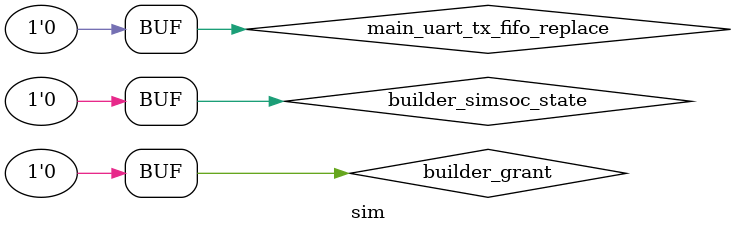
<source format=v>
module VexRiscv (
  input               clk,
);
  localparam BranchCtrlEnum_INC = 2'd0;
  wire                _zz_decode_RegFilePlugin_rs1Data;
  wire                _zz_decode_RegFilePlugin_rs2Data;
  wire       [1:0]    _zz_memory_to_writeBack_ENV_CTRL;
  wire       [1:0]    execute_BRANCH_CTRL;
  wire       [1:0]    execute_ALU_CTRL;
  reg                 _zz_1;
  wire                when_IBusCachedPlugin_l244;
  wire                when_IBusCachedPlugin_l250;
  wire                when_DBusCachedPlugin_l492;
  wire       [1:0]    _zz_decode_ENV_CTRL_2;
  wire                when_HazardSimplePlugin_l48;
  wire                when_HazardSimplePlugin_l57;
  wire                when_HazardSimplePlugin_l58;
  wire                when_HazardSimplePlugin_l48_1;
  wire                when_HazardSimplePlugin_l58_1;
  wire       [2:0]    switch_Misc_l210_1;
  wire       [1:0]    switch_MulPlugin_l148;
  wire                when_Pipeline_l124_55;
  `ifndef SYNTHESIS
  `endif
  always @(posedge clk) begin
    if(_zz_decode_RegFilePlugin_rs1Data) begin
    end
  end
  always @(posedge clk) begin
    if(_zz_decode_RegFilePlugin_rs2Data) begin
    end
  end
  always @(posedge clk) begin
    if(_zz_1) begin
    end
  end
  InstructionCache IBusCachedPlugin_cache (
  );
  `ifndef SYNTHESIS
  always @(*) begin
    case(_zz_memory_to_writeBack_ENV_CTRL)
    endcase
    case(execute_ALU_CTRL)
    endcase
  end
  always @(*) begin
    case(_zz_decode_ENV_CTRL_2)
    endcase
  end
  `endif
  always @(*) begin
    if(when_DBusCachedPlugin_l492) begin
      case(switch_MulPlugin_l148)
        2'b00 : begin
        end
        default : begin
        end
      endcase
    end
  end
  always @(*) begin
    if(when_IBusCachedPlugin_l250) begin
    end
  end
  always @(*) begin
    if(when_IBusCachedPlugin_l244) begin
    end
    if(when_HazardSimplePlugin_l57) begin
      if(when_HazardSimplePlugin_l58) begin
        if(when_HazardSimplePlugin_l48) begin
        end
      end
      if(when_HazardSimplePlugin_l58_1) begin
        if(when_HazardSimplePlugin_l48_1) begin
        end
      end
    end
  end
  always @(*) begin
    casez(switch_Misc_l210_1)
      3'b000 : begin
      end
      3'b1?1 : begin
      end
    endcase
  end
  always @(*) begin
    case(execute_BRANCH_CTRL)
      BranchCtrlEnum_INC : begin
      end
      default : begin
      end
    endcase
    if(when_Pipeline_l124_55) begin
    end
  end
endmodule
module DataCache (
);
  always @(posedge clk) begin
    if(_zz_2) begin
      if(io_mem_cmd_fire) begin
        if(when_DataCache_l856) begin
          if(io_cpu_flush_payload_singleLine) begin
          end
        end
      end
      `ifndef SYNTHESIS
        `ifdef FORMAL
        `endif
      `endif
      if(stageB_loaderValid) begin
      end
    end
  end
endmodule
module InstructionCache (
  input               io_cpu_fill_valid,
  input               io_mem_rsp_payload_error,
  input               clk,
  input               reset
);
  wire       [21:0]   _zz_ways_0_tags_port;
  reg                 _zz_1;
  reg                 lineLoader_fire;
  wire                lineLoader_write_tag_0_valid;
  wire                lineLoader_write_tag_0_payload_data_valid;
  wire                lineLoader_write_tag_0_payload_data_error;
  wire       [19:0]   lineLoader_write_tag_0_payload_data_address;
  wire                lineLoader_write_data_0_valid;
  wire                when_InstructionCache_l459_1;
  assign _zz_ways_0_tags_port = {lineLoader_write_tag_0_payload_data_address,{lineLoader_write_tag_0_payload_data_error,lineLoader_write_tag_0_payload_data_valid}};
  always @(posedge clk) begin
    if(_zz_1) begin
    end
    if(lineLoader_write_data_0_valid) begin
    end
  end
  always @(*) begin
    if(lineLoader_write_tag_0_valid) begin
    end
  end
  always @(posedge clk) begin
    if(reset) begin
      if(lineLoader_fire) begin
        if(io_mem_rsp_payload_error) begin
        end
      end
    end
  end
  always @(posedge clk) begin
    if(io_cpu_fill_valid) begin
    end
    if(when_InstructionCache_l459_1) begin
    end
  end
endmodule
module sim (
);
wire          sys_clk_1;
wire          sys_rst;
reg           main_uart_tx_fifo_replace = 1'd0;
wire          builder_simsoc_wishbone_cyc;
wire          builder_simsoc_wishbone_stb;
wire    [1:0] builder_request;
reg           builder_grant = 1'd0;
wire          builder_wait;
wire   [13:0] builder_csr_bankarray_interface2_bank_bus_adr;
wire          builder_csr_bankarray_csrbank2_sel;
reg           builder_simsoc_state = 1'd0;
always @(*) begin
    if (main_uart_tx_fifo_replace) begin
    end
end
always @(*) begin
    case (builder_simsoc_state)
        1'd1: begin
            if ((builder_simsoc_wishbone_cyc & builder_simsoc_wishbone_stb)) begin
            end
        end
    endcase
end
always @(*) begin
    case (builder_simsoc_state)
        1'd1: begin
        end
    endcase
end
always @(*) begin
    case (builder_grant)
        1'd0: begin
        end
    endcase
    case (builder_grant)
        1'd0: begin
        end
        1'd0: begin
        end
    endcase
end
always @(*) begin
    case (builder_grant)
        1'd0: begin
            if ((~builder_request[0])) begin
                if (builder_request[1]) begin
                end
                if (builder_request[0]) begin
                end
            end
        end
    endcase
    if (builder_wait) begin
    end
    if (builder_csr_bankarray_csrbank2_sel) begin
        case (builder_csr_bankarray_interface2_bank_bus_adr[8:0])
            1'd0: begin
            end
        endcase
    end
    if (sys_rst) begin
    end
end
always @(posedge sys_clk_1) begin
end
always @(posedge sys_clk_1) begin
end
VexRiscv VexRiscv(
);
endmodule

</source>
